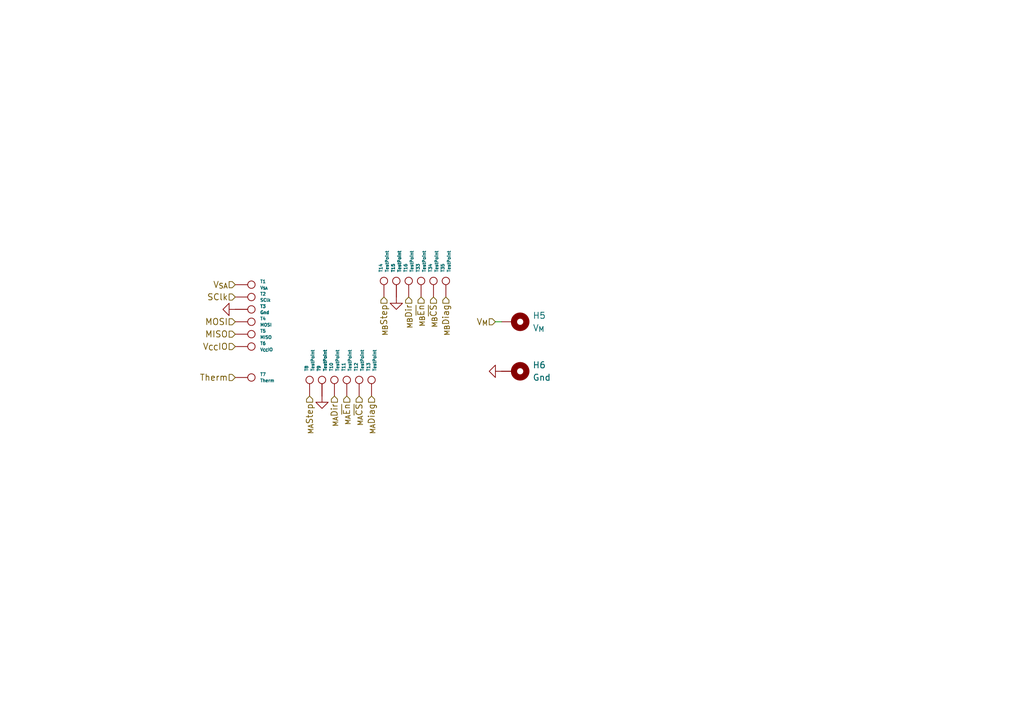
<source format=kicad_sch>
(kicad_sch (version 20230121) (generator eeschema)
  (paper "A5")
  (title_block (title "Motor Expansion Socket"))
  (lib_symbols
    (symbol "Connector:TestPoint" (pin_numbers hide) (pin_names (offset 0.762) hide)
      (property "Reference" "TP" (at 0 6.858 0))
      (property "Value" "TestPoint" (at 0 5.08 0))
      (symbol "TestPoint_0_1"
        (circle (center 0 3.302) (radius 0.762))
      )
      (symbol "TestPoint_1_1"
        (pin passive line (at 0 0 90) (length 2.54) (name "1") (number "1"))
      )
    )
    (symbol "Mechanical:MountingHole_Pad" (pin_numbers hide) (pin_names (offset 1.016) hide)
      (property "Reference" "H" (at 0 6.35 0))
      (property "Value" "MountingHole_Pad" (at 0 4.445 0))
      (symbol "MountingHole_Pad_0_1"
        (circle (center 0 1.27) (radius 1.27) (stroke (width 1.27)))
      )
      (symbol "MountingHole_Pad_1_1"
        (pin input line (at 0 -2.54 90) (length 2.54) (name "1") (number "1"))
      )
    )
    (symbol "power:GND" (power) (pin_names (offset 0))
      (property "Value" "GND" (at 0 -3.81 0))
      (symbol "GND_0_1"
        (polyline (pts (xy 0 0) (xy 0 -1.27) (xy 1.27 -1.27) (xy 0 -2.54) (xy -1.27 -1.27) (xy 0 -1.27)))
      )
      (symbol "GND_1_1"
        (pin power_in line (at 0 0 270) (length 0) hide (name "GND") (number "1"))
      )
    )
  )
  (wire (pts (xy 101.6 66.04) (xy 102.87 66.04)))
  (hierarchical_label "V_{M}" (shape input) (at 101.6 66.04 180))
  (hierarchical_label "Therm" (shape input) (at 48.26 77.47 180))
  (hierarchical_label "V_{SA}" (shape input) (at 48.26 58.42 180))
  (hierarchical_label "_{MA}~{En}" (shape input) (at 71.12 81.28 270))
  (hierarchical_label "MOSI" (shape input) (at 48.26 66.04 180))
  (hierarchical_label "MISO" (shape input) (at 48.26 68.58 180))
  (hierarchical_label "_{MA}Diag" (shape input) (at 76.2 81.28 270))
  (hierarchical_label "_{MB}~{En}" (shape input) (at 86.36 60.96 270))
  (hierarchical_label "_{MA}Dir" (shape input) (at 68.58 81.28 270))
  (hierarchical_label "_{MA}~{CS}" (shape input) (at 73.66 81.28 270))
  (hierarchical_label "_{MB}Dir" (shape input) (at 83.82 60.96 270))
  (hierarchical_label "_{MB}~{CS}" (shape input) (at 88.9 60.96 270))
  (hierarchical_label "SClk" (shape input) (at 48.26 60.96 180))
  (hierarchical_label "_{MA}Step" (shape input) (at 63.5 81.28 270))
  (hierarchical_label "_{MB}Diag" (shape input) (at 91.44 60.96 270))
  (hierarchical_label "V_{CC}IO" (shape input) (at 48.26 71.12 180))
  (hierarchical_label "_{MB}Step" (shape input) (at 78.74 60.96 270))
  (symbol (lib_id "Mechanical:MountingHole_Pad") (at 105.41 66.04 270) (unit 1)
    (property "Reference" "H5" (at 109.22 64.77 90) (effects (justify left)))
    (property "Value" "V_{M}" (at 109.22 67.31 90) (effects (justify left)))
    (property "Footprint" "corevus:M3_M2.5_PCB_Nut" (effects hide))
    (instances (project "corevus-g" (path "" (reference "H5") (unit 1)) (path "" (reference "H7") (unit 1))))
  )
  (symbol (lib_id "Connector:TestPoint") (at 48.26 66.04 270) (unit 1)
    (property "Reference" "T4" (at 53.34 65.405 90) (effects (font (size 0.635 0.635)) (justify left)))
    (property "Value" "MOSI" (at 53.34 66.675 90) (effects (font (size 0.635 0.635)) (justify left)))
    (property "Footprint" "corevus:LGA_Spring" (effects hide))
    (instances (project "corevus-g" (path "" (reference "T4") (unit 1)) (path "" (reference "T20") (unit 1))))
  )
  (symbol (lib_id "Connector:TestPoint") (at 48.26 71.12 270) (unit 1)
    (property "Reference" "T6" (at 53.34 70.485 90) (effects (font (size 0.635 0.635)) (justify left)))
    (property "Value" "V_{CC}IO" (at 53.34 71.755 90) (effects (font (size 0.635 0.635)) (justify left)))
    (property "Footprint" "corevus:LGA_Spring" (effects hide))
    (instances (project "corevus-g" (path "" (reference "T6") (unit 1)) (path "" (reference "T22") (unit 1))))
  )
  (symbol (lib_id "power:GND") (at 48.26 63.5 270) (mirror x) (unit 1)
    (property "Reference" "#PWR0156" (effects hide))
    (property "Value" "GND" (effects hide))
    (instances (project "corevus-g" (path "" (reference "#PWR0156") (unit 1)) (path "" (reference "#PWR0203") (unit 1))))
  )
  (symbol (lib_id "Connector:TestPoint") (at 91.44 60.96 0) (unit 1)
    (property "Reference" "T35" (at 90.805 55.88 90) (effects (font (size 0.635 0.635)) (justify left)))
    (property "Value" "TestPoint" (at 92.075 55.88 90) (effects (font (size 0.635 0.635)) (justify left)))
    (property "Footprint" "corevus:LGA_Spring" (effects hide))
    (instances (project "corevus-g" (path "" (reference "T35") (unit 1)) (path "" (reference "T38") (unit 1))))
  )
  (symbol (lib_id "Connector:TestPoint") (at 76.2 81.28 0) (unit 1)
    (property "Reference" "T13" (at 75.565 76.2 90) (effects (font (size 0.635 0.635)) (justify left)))
    (property "Value" "TestPoint" (at 76.835 76.2 90) (effects (font (size 0.635 0.635)) (justify left)))
    (property "Footprint" "corevus:LGA_Spring" (effects hide))
    (instances (project "corevus-g" (path "" (reference "T13") (unit 1)) (path "" (reference "T29") (unit 1))))
  )
  (symbol (lib_id "Connector:TestPoint") (at 66.04 81.28 0) (unit 1)
    (property "Reference" "T9" (at 65.405 76.2 90) (effects (font (size 0.635 0.635)) (justify left)))
    (property "Value" "TestPoint" (at 66.675 76.2 90) (effects (font (size 0.635 0.635)) (justify left)))
    (property "Footprint" "corevus:LGA_Spring" (effects hide))
    (instances (project "corevus-g" (path "" (reference "T9") (unit 1)) (path "" (reference "T25") (unit 1))))
  )
  (symbol (lib_id "Connector:TestPoint") (at 78.74 60.96 0) (unit 1)
    (property "Reference" "T14" (at 78.105 55.88 90) (effects (font (size 0.635 0.635)) (justify left)))
    (property "Value" "TestPoint" (at 79.375 55.88 90) (effects (font (size 0.635 0.635)) (justify left)))
    (property "Footprint" "corevus:LGA_Spring" (effects hide))
    (instances (project "corevus-g" (path "" (reference "T14") (unit 1)) (path "" (reference "T30") (unit 1))))
  )
  (symbol (lib_id "Connector:TestPoint") (at 83.82 60.96 0) (unit 1)
    (property "Reference" "T16" (at 83.185 55.88 90) (effects (font (size 0.635 0.635)) (justify left)))
    (property "Value" "TestPoint" (at 84.455 55.88 90) (effects (font (size 0.635 0.635)) (justify left)))
    (property "Footprint" "corevus:LGA_Spring" (effects hide))
    (instances (project "corevus-g" (path "" (reference "T16") (unit 1)) (path "" (reference "T32") (unit 1))))
  )
  (symbol (lib_id "Connector:TestPoint") (at 71.12 81.28 0) (unit 1)
    (property "Reference" "T11" (at 70.485 76.2 90) (effects (font (size 0.635 0.635)) (justify left)))
    (property "Value" "TestPoint" (at 71.755 76.2 90) (effects (font (size 0.635 0.635)) (justify left)))
    (property "Footprint" "corevus:LGA_Spring" (effects hide))
    (instances (project "corevus-g" (path "" (reference "T11") (unit 1)) (path "" (reference "T27") (unit 1))))
  )
  (symbol (lib_id "power:GND") (at 66.04 81.28 0) (mirror y) (unit 1)
    (property "Reference" "#PWR0158" (effects hide))
    (property "Value" "GND" (effects hide))
    (instances (project "corevus-g" (path "" (reference "#PWR0158") (unit 1)) (path "" (reference "#PWR0202") (unit 1))))
  )
  (symbol (lib_id "Connector:TestPoint") (at 48.26 77.47 270) (unit 1)
    (property "Reference" "T7" (at 53.34 76.835 90) (effects (font (size 0.635 0.635)) (justify left)))
    (property "Value" "Therm" (at 53.34 78.105 90) (effects (font (size 0.635 0.635)) (justify left)))
    (property "Footprint" "corevus:LGA_Spring" (effects hide))
    (instances (project "corevus-g" (path "" (reference "T7") (unit 1)) (path "" (reference "T23") (unit 1))))
  )
  (symbol (lib_id "Connector:TestPoint") (at 88.9 60.96 0) (unit 1)
    (property "Reference" "T34" (at 88.265 55.88 90) (effects (font (size 0.635 0.635)) (justify left)))
    (property "Value" "TestPoint" (at 89.535 55.88 90) (effects (font (size 0.635 0.635)) (justify left)))
    (property "Footprint" "corevus:LGA_Spring" (effects hide))
    (instances (project "corevus-g" (path "" (reference "T34") (unit 1)) (path "" (reference "T37") (unit 1))))
  )
  (symbol (lib_id "Connector:TestPoint") (at 73.66 81.28 0) (unit 1)
    (property "Reference" "T12" (at 73.025 76.2 90) (effects (font (size 0.635 0.635)) (justify left)))
    (property "Value" "TestPoint" (at 74.295 76.2 90) (effects (font (size 0.635 0.635)) (justify left)))
    (property "Footprint" "corevus:LGA_Spring" (effects hide))
    (instances (project "corevus-g" (path "" (reference "T12") (unit 1)) (path "" (reference "T28") (unit 1))))
  )
  (symbol (lib_id "Connector:TestPoint") (at 48.26 68.58 270) (unit 1)
    (property "Reference" "T5" (at 53.34 67.945 90) (effects (font (size 0.635 0.635)) (justify left)))
    (property "Value" "MISO" (at 53.34 69.215 90) (effects (font (size 0.635 0.635)) (justify left)))
    (property "Footprint" "corevus:LGA_Spring" (effects hide))
    (instances (project "corevus-g" (path "" (reference "T5") (unit 1)) (path "" (reference "T21") (unit 1))))
  )
  (symbol (lib_id "Connector:TestPoint") (at 48.26 60.96 270) (unit 1)
    (property "Reference" "T2" (at 53.34 60.325 90) (effects (font (size 0.635 0.635)) (justify left)))
    (property "Value" "SClk" (at 53.34 61.595 90) (effects (font (size 0.635 0.635)) (justify left)))
    (property "Footprint" "corevus:LGA_Spring" (effects hide))
    (instances (project "corevus-g" (path "" (reference "T2") (unit 1)) (path "" (reference "T18") (unit 1))))
  )
  (symbol (lib_id "Connector:TestPoint") (at 48.26 58.42 270) (unit 1)
    (property "Reference" "T1" (at 53.34 57.785 90) (effects (font (size 0.635 0.635)) (justify left)))
    (property "Value" "V_{SA}" (at 53.34 59.055 90) (effects (font (size 0.635 0.635)) (justify left)))
    (property "Footprint" "corevus:LGA_Spring" (effects hide))
    (instances (project "corevus-g" (path "" (reference "T1") (unit 1)) (path "" (reference "T17") (unit 1))))
  )
  (symbol (lib_id "Connector:TestPoint") (at 81.28 60.96 0) (unit 1)
    (property "Reference" "T15" (at 80.645 55.88 90) (effects (font (size 0.635 0.635)) (justify left)))
    (property "Value" "TestPoint" (at 81.915 55.88 90) (effects (font (size 0.635 0.635)) (justify left)))
    (property "Footprint" "corevus:LGA_Spring" (effects hide))
    (instances (project "corevus-g" (path "" (reference "T15") (unit 1)) (path "" (reference "T31") (unit 1))))
  )
  (symbol (lib_id "Connector:TestPoint") (at 48.26 63.5 270) (unit 1)
    (property "Reference" "T3" (at 53.34 62.865 90) (effects (font (size 0.635 0.635)) (justify left)))
    (property "Value" "Gnd" (at 53.34 64.135 90) (effects (font (size 0.635 0.635)) (justify left)))
    (property "Footprint" "corevus:LGA_Spring" (effects hide))
    (instances (project "corevus-g" (path "" (reference "T3") (unit 1)) (path "" (reference "T19") (unit 1))))
  )
  (symbol (lib_id "Connector:TestPoint") (at 63.5 81.28 0) (unit 1)
    (property "Reference" "T8" (at 62.865 76.2 90) (effects (font (size 0.635 0.635)) (justify left)))
    (property "Value" "TestPoint" (at 64.135 76.2 90) (effects (font (size 0.635 0.635)) (justify left)))
    (property "Footprint" "corevus:LGA_Spring" (effects hide))
    (instances (project "corevus-g" (path "" (reference "T8") (unit 1)) (path "" (reference "T24") (unit 1))))
  )
  (symbol (lib_id "Mechanical:MountingHole_Pad") (at 105.41 76.2 270) (unit 1)
    (property "Reference" "H6" (at 109.22 74.93 90) (effects (justify left)))
    (property "Value" "Gnd" (at 109.22 77.47 90) (effects (justify left)))
    (property "Footprint" "corevus:M3_M2.5_PCB_Nut" (effects hide))
    (instances (project "corevus-g" (path "" (reference "H6") (unit 1)) (path "" (reference "H8") (unit 1))))
  )
  (symbol (lib_id "Connector:TestPoint") (at 68.58 81.28 0) (unit 1)
    (property "Reference" "T10" (at 67.945 76.2 90) (effects (font (size 0.635 0.635)) (justify left)))
    (property "Value" "TestPoint" (at 69.215 76.2 90) (effects (font (size 0.635 0.635)) (justify left)))
    (property "Footprint" "corevus:LGA_Spring" (effects hide))
    (instances (project "corevus-g" (path "" (reference "T10") (unit 1)) (path "" (reference "T26") (unit 1))))
  )
  (symbol (lib_id "Connector:TestPoint") (at 86.36 60.96 0) (unit 1)
    (property "Reference" "T33" (at 85.725 55.88 90) (effects (font (size 0.635 0.635)) (justify left)))
    (property "Value" "TestPoint" (at 86.995 55.88 90) (effects (font (size 0.635 0.635)) (justify left)))
    (property "Footprint" "corevus:LGA_Spring" (effects hide))
    (instances (project "corevus-g" (path "" (reference "T33") (unit 1)) (path "" (reference "T36") (unit 1))))
  )
  (symbol (lib_id "power:GND") (at 81.28 60.96 0) (mirror y) (unit 1)
    (property "Reference" "#PWR0157" (effects hide))
    (property "Value" "GND" (effects hide))
    (instances (project "corevus-g" (path "" (reference "#PWR0157") (unit 1)) (path "" (reference "#PWR0155") (unit 1))))
  )
  (symbol (lib_id "power:GND") (at 102.87 76.2 270) (unit 1)
    (property "Reference" "#PWR0159" (effects hide))
    (property "Value" "GND" (effects hide))
    (instances (project "corevus-g" (path "" (reference "#PWR0159") (unit 1)) (path "" (reference "#PWR0206") (unit 1))))
  )
)
</source>
